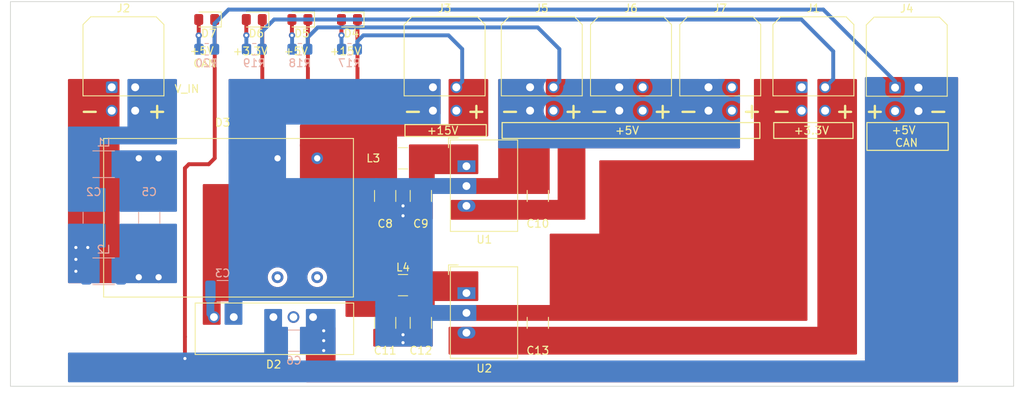
<source format=kicad_pcb>
(kicad_pcb (version 20211014) (generator pcbnew)
  (layers (0 "F.Cu" signal) (31 "B.Cu" signal) (34 "B.Paste" user) (35 "F.Paste" user) (36 "B.SilkS" user "B.Silkscreen") (37 "F.SilkS" user "F.Silkscreen") (38 "B.Mask" user) (39 "F.Mask" user) (44 "Edge.Cuts" user))
  (net 0 "")
  (net 1 "V_IN_SUPPLY")
  (net 2 "GNDD")
  (net 3 "+15V")
  (net 4 "GND")
  (net 5 "Net-(C5-Pad1)")
  (net 6 "Net-(C5-Pad2)")
  (net 7 "+5VD")
  (net 8 "GND2")
  (net 9 "Net-(C9-Pad1)")
  (net 10 "+5V")
  (net 11 "Net-(C12-Pad1)")
  (net 12 "+3V3")
  (net 15 "Net-(D4-Pad2)")
  (net 16 "Net-(D5-Pad2)")
  (net 17 "Net-(D6-Pad2)")
  (net 18 "Net-(D7-Pad2)")
  (footprint "MountingHole:MountingHole_3.2mm_M3" (layer "F.Cu") (at 160.02 27.432)
    (fp_text reference "H2" hide)
    (fp_text value "MountingHole")
    (pad "" np_thru_hole circle (at 0 0) (size 3.2 3.2) (drill 3.2) (layers *.Cu *.Mask))
  )
  (footprint "Connector_Molex:Molex_Micro-Fit_3.0_43045-0400_2x02_P3.00mm_Horizontal" (layer "F.Cu") (at 124.738 34.589)
    (fp_text reference "J7" (at 1.5 -10.12) (layer "F.SilkS"))
    (fp_text value "+5V")
    (fp_line (start -2.685 -9.03) (end 5.685 -9.03) (layer "F.SilkS") (width 0.12))
    (fp_line (start -3.685 1.1) (end -3.685 -8.03) (layer "F.SilkS") (width 0.12))
    (fp_line (start 6.685 1.1) (end -3.685 1.1) (layer "F.SilkS") (width 0.12))
    (fp_line (start -3.685 -8.03) (end -2.685 -9.03) (layer "F.SilkS") (width 0.12))
    (fp_line (start 6.685 -8.03) (end 6.685 1.1) (layer "F.SilkS") (width 0.12))
    (fp_line (start 5.685 -9.03) (end 6.685 -8.03) (layer "F.SilkS") (width 0.12))
    (pad "" np_thru_hole circle (at 1.5 -4.32) (size 3 3) (drill 3) (layers *.Cu *.Mask))
    (pad "1" thru_hole roundrect (at 0 0) (size 1.5 1.5) (drill 1.02) (layers *.Cu *.Mask) (roundrect_rratio 0.1666673333) (net 4 "GND"))
    (pad "2" thru_hole circle (at 3 0) (size 1.5 1.5) (drill 1.02) (layers *.Cu *.Mask) (net 10 "+5V"))
    (pad "3" thru_hole circle (at 0 3) (size 1.5 1.5) (drill 1.02) (layers *.Cu *.Mask) (net 4 "GND"))
    (pad "4" thru_hole circle (at 3 3) (size 1.5 1.5) (drill 1.02) (layers *.Cu *.Mask) (net 10 "+5V"))
  )
  (footprint "LED_SMD:LED_0805_2012Metric_Pad1.15x1.40mm_HandSolder" (layer "F.Cu") (at 66.548 25.908 180)
    (fp_text reference "D6" (at -0.254 -1.778) (layer "F.SilkS"))
    (fp_text value "3.3V")
    (fp_line (start -1.86 0.96) (end 1 0.96) (layer "F.SilkS") (width 0.12))
    (fp_line (start 1 -0.96) (end -1.86 -0.96) (layer "F.SilkS") (width 0.12))
    (fp_line (start -1.86 -0.96) (end -1.86 0.96) (layer "F.SilkS") (width 0.12))
    (pad "1" smd roundrect (at -1.025 0 180) (size 1.15 1.4) (layers "F.Cu" "F.Paste" "F.Mask") (roundrect_rratio 0.2173913043) (net 4 "GND"))
    (pad "2" smd roundrect (at 1.025 0 180) (size 1.15 1.4) (layers "F.Cu" "F.Paste" "F.Mask") (roundrect_rratio 0.2173913043) (net 17 "Net-(D6-Pad2)"))
  )
  (footprint "TRACO_My:TEN3_2413" (layer "F.Cu") (at 62.486 43.688)
    (fp_text reference "D3" (at 0 -4.572 unlocked) (layer "F.SilkS"))
    (fp_text value "TEN3_2413WI")
    (fp_line (start -15.24 -2.54) (end -15.24 17.78) (layer "F.SilkS") (width 0.12))
    (fp_line (start 16.76 -2.54) (end 16.76 17.78) (layer "F.SilkS") (width 0.12))
    (fp_line (start 16.76 17.78) (end -15.24 17.78) (layer "F.SilkS") (width 0.12))
    (fp_line (start 16.76 -2.54) (end -15.24 -2.54) (layer "F.SilkS") (width 0.12))
    (pad "2" thru_hole circle (at -10.74 15.24) (size 1.5 1.5) (drill 0.8) (layers *.Cu *.Mask) (net 6 "Net-(C5-Pad2)"))
    (pad "3" thru_hole circle (at -8.2 15.24) (size 1.5 1.5) (drill 0.8) (layers *.Cu *.Mask) (net 6 "Net-(C5-Pad2)"))
    (pad "9" thru_hole circle (at 7.04 15.24) (size 1.5 1.5) (drill 0.8) (layers *.Cu *.Mask))
    (pad "11" thru_hole circle (at 12.12 15.24) (size 1.5 1.5) (drill 0.8) (layers *.Cu *.Mask))
    (pad "14" thru_hole circle (at 12.12 0) (size 1.5 1.5) (drill 0.8) (layers *.Cu *.Mask) (net 3 "+15V"))
    (pad "16" thru_hole circle (at 7.04 0) (size 1.5 1.5) (drill 0.8) (layers *.Cu *.Mask) (net 4 "GND"))
    (pad "22" thru_hole circle (at -8.2 0) (size 1.5 1.5) (drill 0.8) (layers *.Cu *.Mask) (net 5 "Net-(C5-Pad1)"))
    (pad "23" thru_hole circle (at -10.74 0) (size 1.5 1.5) (drill 0.8) (layers *.Cu *.Mask) (net 5 "Net-(C5-Pad1)"))
  )
  (footprint "Connector_Molex:Molex_Micro-Fit_3.0_43045-0400_2x02_P3.00mm_Horizontal" (layer "F.Cu") (at 89.432 34.589)
    (fp_text reference "J3" (at 1.5 -10.12) (layer "F.SilkS"))
    (fp_text value "+15V")
    (fp_line (start 6.685 -8.03) (end 6.685 1.1) (layer "F.SilkS") (width 0.12))
    (fp_line (start -2.685 -9.03) (end 5.685 -9.03) (layer "F.SilkS") (width 0.12))
    (fp_line (start -3.685 -8.03) (end -2.685 -9.03) (layer "F.SilkS") (width 0.12))
    (fp_line (start 5.685 -9.03) (end 6.685 -8.03) (layer "F.SilkS") (width 0.12))
    (fp_line (start 6.685 1.1) (end -3.685 1.1) (layer "F.SilkS") (width 0.12))
    (fp_line (start -3.685 1.1) (end -3.685 -8.03) (layer "F.SilkS") (width 0.12))
    (pad "" np_thru_hole circle (at 1.5 -4.32) (size 3 3) (drill 3) (layers *.Cu *.Mask))
    (pad "1" thru_hole roundrect (at 0 0) (size 1.5 1.5) (drill 1.02) (layers *.Cu *.Mask) (roundrect_rratio 0.1666673333) (net 4 "GND"))
    (pad "2" thru_hole circle (at 3 0) (size 1.5 1.5) (drill 1.02) (layers *.Cu *.Mask) (net 3 "+15V"))
    (pad "3" thru_hole circle (at 0 3) (size 1.5 1.5) (drill 1.02) (layers *.Cu *.Mask) (net 4 "GND"))
    (pad "4" thru_hole circle (at 3 3) (size 1.5 1.5) (drill 1.02) (layers *.Cu *.Mask) (net 3 "+15V"))
  )
  (footprint "Connector_Molex:Molex_Micro-Fit_3.0_43045-0400_2x02_P3.00mm_Horizontal" (layer "F.Cu") (at 101.878 34.589)
    (fp_text reference "J5" (at 1.5 -10.12) (layer "F.SilkS"))
    (fp_text value "+5V")
    (fp_line (start -3.685 -8.03) (end -2.685 -9.03) (layer "F.SilkS") (width 0.12))
    (fp_line (start 5.685 -9.03) (end 6.685 -8.03) (layer "F.SilkS") (width 0.12))
    (fp_line (start -3.685 1.1) (end -3.685 -8.03) (layer "F.SilkS") (width 0.12))
    (fp_line (start -2.685 -9.03) (end 5.685 -9.03) (layer "F.SilkS") (width 0.12))
    (fp_line (start 6.685 -8.03) (end 6.685 1.1) (layer "F.SilkS") (width 0.12))
    (fp_line (start 6.685 1.1) (end -3.685 1.1) (layer "F.SilkS") (width 0.12))
    (pad "" np_thru_hole circle (at 1.5 -4.32) (size 3 3) (drill 3) (layers *.Cu *.Mask))
    (pad "1" thru_hole roundrect (at 0 0) (size 1.5 1.5) (drill 1.02) (layers *.Cu *.Mask) (roundrect_rratio 0.1666673333) (net 4 "GND"))
    (pad "2" thru_hole circle (at 3 0) (size 1.5 1.5) (drill 1.02) (layers *.Cu *.Mask) (net 10 "+5V"))
    (pad "3" thru_hole circle (at 0 3) (size 1.5 1.5) (drill 1.02) (layers *.Cu *.Mask) (net 4 "GND"))
    (pad "4" thru_hole circle (at 3 3) (size 1.5 1.5) (drill 1.02) (layers *.Cu *.Mask) (net 10 "+5V"))
  )
  (footprint "Capacitor_SMD:C_1210_3225Metric_Pad1.33x2.70mm_HandSolder" (layer "F.Cu") (at 83.312 48.514 -90)
    (fp_text reference "C8" (at 3.556 0 180) (layer "F.SilkS"))
    (fp_text value "10u")
    (fp_line (start -0.711252 1.36) (end 0.711252 1.36) (layer "F.SilkS") (width 0.12))
    (fp_line (start -0.711252 -1.36) (end 0.711252 -1.36) (layer "F.SilkS") (width 0.12))
    (pad "1" smd roundrect (at -1.5625 0 270) (size 1.325 2.7) (layers "F.Cu" "F.Paste" "F.Mask") (roundrect_rratio 0.1886792453) (net 3 "+15V"))
    (pad "2" smd roundrect (at 1.5625 0 270) (size 1.325 2.7) (layers "F.Cu" "F.Paste" "F.Mask") (roundrect_rratio 0.1886792453) (net 4 "GND"))
  )
  (footprint "Capacitor_SMD:C_1210_3225Metric_Pad1.33x2.70mm_HandSolder" (layer "F.Cu") (at 87.884 64.77 -90)
    (fp_text reference "C12" (at 3.556 0 180) (layer "F.SilkS"))
    (fp_text value "2.2u")
    (fp_line (start -0.711252 1.36) (end 0.711252 1.36) (layer "F.SilkS") (width 0.12))
    (fp_line (start -0.711252 -1.36) (end 0.711252 -1.36) (layer "F.SilkS") (width 0.12))
    (pad "1" smd roundrect (at -1.5625 0 270) (size 1.325 2.7) (layers "F.Cu" "F.Paste" "F.Mask") (roundrect_rratio 0.1886792453) (net 11 "Net-(C12-Pad1)"))
    (pad "2" smd roundrect (at 1.5625 0 270) (size 1.325 2.7) (layers "F.Cu" "F.Paste" "F.Mask") (roundrect_rratio 0.1886792453) (net 4 "GND"))
  )
  (footprint "MountingHole:MountingHole_3.2mm_M3" (layer "F.Cu") (at 39.116 69.088)
    (fp_text reference "H4" hide)
    (fp_text value "MountingHole")
    (pad "" np_thru_hole circle (at 0 0) (size 3.2 3.2) (drill 3.2) (layers *.Cu *.Mask))
  )
  (footprint "LED_SMD:LED_0805_2012Metric_Pad1.15x1.40mm_HandSolder" (layer "F.Cu") (at 78.74 25.908 180)
    (fp_text reference "D4" (at -0.254 -1.778) (layer "F.SilkS"))
    (fp_text value "+15V")
    (fp_line (start -1.86 -0.96) (end -1.86 0.96) (layer "F.SilkS") (width 0.12))
    (fp_line (start 1 -0.96) (end -1.86 -0.96) (layer "F.SilkS") (width 0.12))
    (fp_line (start -1.86 0.96) (end 1 0.96) (layer "F.SilkS") (width 0.12))
    (pad "1" smd roundrect (at -1.025 0 180) (size 1.15 1.4) (layers "F.Cu" "F.Paste" "F.Mask") (roundrect_rratio 0.2173913043) (net 4 "GND"))
    (pad "2" smd roundrect (at 1.025 0 180) (size 1.15 1.4) (layers "F.Cu" "F.Paste" "F.Mask") (roundrect_rratio 0.2173913043) (net 15 "Net-(D4-Pad2)"))
  )
  (footprint "Converter_DCDC:Converter_DCDC_RECOM_R-78E-0.5_THT" (layer "F.Cu") (at 93.726 60.96 -90)
    (fp_text reference "U2" (at 9.652 -2.286 180) (layer "F.SilkS"))
    (fp_text value "R-78C3.3-1.0")
    (fp_line (start -3.371 -6.56) (end 8.35 -6.56) (layer "F.SilkS") (width 0.12))
    (fp_line (start -3.611 1.06) (end -3.611 2.3) (layer "F.SilkS") (width 0.12))
    (fp_line (start -3.371 -6.56) (end -3.371 2.06) (layer "F.SilkS") (width 0.12))
    (fp_line (start -3.371 2.06) (end 8.35 2.06) (layer "F.SilkS") (width 0.12))
    (fp_line (start -3.611 2.3) (end -2.371 2.3) (layer "F.SilkS") (width 0.12))
    (fp_line (start 8.35 -6.56) (end 8.35 2.06) (layer "F.SilkS") (width 0.12))
    (pad "1" thru_hole rect (at 0 0 270) (size 1.5 2.3) (drill 1) (layers *.Cu *.Mask) (net 11 "Net-(C12-Pad1)"))
    (pad "2" thru_hole oval (at 2.54 0 270) (size 1.5 2.3) (drill 1) (layers *.Cu *.Mask) (net 4 "GND"))
    (pad "3" thru_hole oval (at 5.08 0 270) (size 1.5 2.3) (drill 1) (layers *.Cu *.Mask) (net 12 "+3V3"))
  )
  (footprint "Capacitor_SMD:C_1210_3225Metric_Pad1.33x2.70mm_HandSolder" (layer "F.Cu") (at 87.884 48.514 -90)
    (fp_text reference "C9" (at 3.556 0 180) (layer "F.SilkS"))
    (fp_text value "2.2u")
    (fp_line (start -0.711252 1.36) (end 0.711252 1.36) (layer "F.SilkS") (width 0.12))
    (fp_line (start -0.711252 -1.36) (end 0.711252 -1.36) (layer "F.SilkS") (width 0.12))
    (pad "1" smd roundrect (at -1.5625 0 270) (size 1.325 2.7) (layers "F.Cu" "F.Paste" "F.Mask") (roundrect_rratio 0.1886792453) (net 9 "Net-(C9-Pad1)"))
    (pad "2" smd roundrect (at 1.5625 0 270) (size 1.325 2.7) (layers "F.Cu" "F.Paste" "F.Mask") (roundrect_rratio 0.1886792453) (net 4 "GND"))
  )
  (footprint "Capacitor_SMD:C_1210_3225Metric_Pad1.33x2.70mm_HandSolder" (layer "F.Cu") (at 102.87 64.77 90)
    (fp_text reference "C13" (at -3.556 0 180) (layer "F.SilkS"))
    (fp_text value "10u")
    (fp_line (start -0.711252 -1.36) (end 0.711252 -1.36) (layer "F.SilkS") (width 0.12))
    (fp_line (start -0.711252 1.36) (end 0.711252 1.36) (layer "F.SilkS") (width 0.12))
    (pad "1" smd roundrect (at -1.5625 0 90) (size 1.325 2.7) (layers "F.Cu" "F.Paste" "F.Mask") (roundrect_rratio 0.1886792453) (net 12 "+3V3"))
    (pad "2" smd roundrect (at 1.5625 0 90) (size 1.325 2.7) (layers "F.Cu" "F.Paste" "F.Mask") (roundrect_rratio 0.1886792453) (net 4 "GND"))
  )
  (footprint "TRACO_My:TMA1505S" (layer "F.Cu") (at 69.025 64.032)
    (fp_text reference "D2" (at 0 6.072 unlocked) (layer "F.SilkS"))
    (fp_text value "TMA1505S")
    (fp_line (start -10.05 4.8) (end -10.05 -1.8) (layer "F.SilkS") (width 0.12))
    (fp_line (start -10.05 -1.8) (end 10.25 -1.8) (layer "F.SilkS") (width 0.12))
    (fp_line (start 10.25 4.8) (end -10.05 4.8) (layer "F.SilkS") (width 0.12))
    (fp_line (start 10.25 4.8) (end 10.25 -1.8) (layer "F.SilkS") (width 0.12))
    (pad "1" thru_hole circle (at -7.65 0) (size 1.5 1.5) (drill 1) (layers *.Cu *.Mask) (net 3 "+15V"))
    (pad "2" thru_hole circle (at -5.11 0) (size 1.5 1.5) (drill 1) (layers *.Cu *.Mask) (net 4 "GND"))
    (pad "4" thru_hole circle (at -0.03 0) (size 1.5 1.5) (drill 1) (layers *.Cu *.Mask) (net 8 "GND2"))
    (pad "5" thru_hole circle (at 2.54 0) (size 1.5 1.5) (drill 1) (layers *.Cu *.Mask))
    (pad "6" thru_hole circle (at 5.05 0) (size 1.5 1.5) (drill 1) (layers *.Cu *.Mask) (net 7 "+5VD"))
  )
  (footprint "MountingHole:MountingHole_3.2mm_M3" (layer "F.Cu") (at 160.02 69.088)
    (fp_text reference "H3" hide)
    (fp_text value "MountingHole")
    (pad "" np_thru_hole circle (at 0 0) (size 3.2 3.2) (drill 3.2) (layers *.Cu *.Mask))
  )
  (footprint "Converter_DCDC:Converter_DCDC_RECOM_R-78E-0.5_THT" (layer "F.Cu") (at 93.726 44.704 -90)
    (fp_text reference "U1" (at 9.398 -2.286 180) (layer "F.SilkS"))
    (fp_text value "R-785.0-1.0")
    (fp_line (start -3.371 2.06) (end 8.35 2.06) (layer "F.SilkS") (width 0.12))
    (fp_line (start -3.371 -6.56) (end -3.371 2.06) (layer "F.SilkS") (width 0.12))
    (fp_line (start -3.611 1.06) (end -3.611 2.3) (layer "F.SilkS") (width 0.12))
    (fp_line (start -3.371 -6.56) (end 8.35 -6.56) (layer "F.SilkS") (width 0.12))
    (fp_line (start 8.35 -6.56) (end 8.35 2.06) (layer "F.SilkS") (width 0.12))
    (fp_line (start -3.611 2.3) (end -2.371 2.3) (layer "F.SilkS") (width 0.12))
    (pad "1" thru_hole rect (at 0 0 270) (size 1.5 2.3) (drill 1) (layers *.Cu *.Mask) (net 9 "Net-(C9-Pad1)"))
    (pad "2" thru_hole oval (at 2.54 0 270) (size 1.5 2.3) (drill 1) (layers *.Cu *.Mask) (net 4 "GND"))
    (pad "3" thru_hole oval (at 5.08 0 270) (size 1.5 2.3) (drill 1) (layers *.Cu *.Mask) (net 10 "+5V"))
  )
  (footprint "LED_SMD:LED_0805_2012Metric_Pad1.15x1.40mm_HandSolder" (layer "F.Cu") (at 60.452 25.908 180)
    (fp_text reference "D7" (at -0.254 -1.778) (layer "F.SilkS"))
    (fp_text value "+5V_CAN")
    (fp_line (start -1.86 0.96) (end 1 0.96) (layer "F.SilkS") (width 0.12))
    (fp_line (start -1.86 -0.96) (end -1.86 0.96) (layer "F.SilkS") (width 0.12))
    (fp_line (start 1 -0.96) (end -1.86 -0.96) (layer "F.SilkS") (width 0.12))
    (pad "1" smd roundrect (at -1.025 0 180) (size 1.15 1.4) (layers "F.Cu" "F.Paste" "F.Mask") (roundrect_rratio 0.2173913043) (net 8 "GND2"))
    (pad "2" smd roundrect (at 1.025 0 180) (size 1.15 1.4) (layers "F.Cu" "F.Paste" "F.Mask") (roundrect_rratio 0.2173913043) (net 18 "Net-(D7-Pad2)"))
  )
  (footprint "Connector_Molex:Molex_Micro-Fit_3.0_43045-0400_2x02_P3.00mm_Horizontal" (layer "F.Cu") (at 136.676 34.589)
    (fp_text reference "J1" (at 1.5 -10.12) (layer "F.SilkS"))
    (fp_text value "+3.3V")
    (fp_line (start 5.685 -9.03) (end 6.685 -8.03) (layer "F.SilkS") (width 0.12))
    (fp_line (start -3.685 -8.03) (end -2.685 -9.03) (layer "F.SilkS") (width 0.12))
    (fp_line (start 6.685 1.1) (end -3.685 1.1) (layer "F.SilkS") (width 0.12))
    (fp_line (start -3.685 1.1) (end -3.685 -8.03) (layer "F.SilkS") (width 0.12))
    (fp_line (start 6.685 -8.03) (end 6.685 1.1) (layer "F.SilkS") (width 0.12))
    (fp_line (start -2.685 -9.03) (end 5.685 -9.03) (layer "F.SilkS") (width 0.12))
    (pad "" np_thru_hole circle (at 1.5 -4.32) (size 3 3) (drill 3) (layers *.Cu *.Mask))
    (pad "1" thru_hole roundrect (at 0 0) (size 1.5 1.5) (drill 1.02) (layers *.Cu *.Mask) (roundrect_rratio 0.1666673333) (net 4 "GND"))
    (pad "2" thru_hole circle (at 3 0) (size 1.5 1.5) (drill 1.02) (layers *.Cu *.Mask) (net 12 "+3V3"))
    (pad "3" thru_hole circle (at 0 3) (size 1.5 1.5) (drill 1.02) (layers *.Cu *.Mask) (net 4 "GND"))
    (pad "4" thru_hole circle (at 3 3) (size 1.5 1.5) (drill 1.02) (layers *.Cu *.Mask) (net 12 "+3V3"))
  )
  (footprint "Connector_Molex:Molex_Micro-Fit_3.0_43045-0400_2x02_P3.00mm_Horizontal" (layer "F.Cu") (at 48.284 34.589)
    (fp_text reference "J2" (at 1.5 -10.12) (layer "F.SilkS"))
    (fp_text value "V_IN")
    (fp_line (start -2.685 -9.03) (end 5.685 -9.03) (layer "F.SilkS") (width 0.12))
    (fp_line (start 5.685 -9.03) (end 6.685 -8.03) (layer "F.SilkS") (width 0.12))
    (fp_line (start 6.685 1.1) (end -3.685 1.1) (layer "F.SilkS") (width 0.12))
    (fp_line (start -3.685 -8.03) (end -2.685 -9.03) (layer "F.SilkS") (width 0.12))
    (fp_line (start 6.685 -8.03) (end 6.685 1.1) (layer "F.SilkS") (width 0.12))
    (fp_line (start -3.685 1.1) (end -3.685 -8.03) (layer "F.SilkS") (width 0.12))
    (pad "" np_thru_hole circle (at 1.5 -4.32) (size 3 3) (drill 3) (layers *.Cu *.Mask))
    (pad "1" thru_hole roundrect (at 0 0) (size 1.5 1.5) (drill 1.02) (layers *.Cu *.Mask) (roundrect_rratio 0.1666673333) (net 2 "GNDD"))
    (pad "2" thru_hole circle (at 3 0) (size 1.5 1.5) (drill 1.02) (layers *.Cu *.Mask) (net 1 "V_IN_SUPPLY"))
    (pad "3" thru_hole circle (at 0 3) (size 1.5 1.5) (drill 1.02) (layers *.Cu *.Mask) (net 2 "GNDD"))
    (pad "4" thru_hole circle (at 3 3) (size 1.5 1.5) (drill 1.02) (layers *.Cu *.Mask) (net 1 "V_IN_SUPPLY"))
  )
  (footprint "MountingHole:MountingHole_3.2mm_M3" (layer "F.Cu") (at 39.116 27.432)
    (fp_text reference "H1" hide)
    (fp_text value "MountingHole")
    (pad "" np_thru_hole circle (at 0 0) (size 3.2 3.2) (drill 3.2) (layers *.Cu *.Mask))
  )
  (footprint "Connector_Molex:Molex_Micro-Fit_3.0_43045-0400_2x02_P3.00mm_Horizontal" (layer "F.Cu") (at 148.638 34.634)
    (fp_text reference "J4" (at 1.5 -10.12) (layer "F.SilkS"))
    (fp_text value "+5V_CAN")
    (fp_line (start 6.685 1.1) (end -3.685 1.1) (layer "F.SilkS") (width 0.12))
    (fp_line (start 5.685 -9.03) (end 6.685 -8.03) (layer "F.SilkS") (width 0.12))
    (fp_line (start -3.685 -8.03) (end -2.685 -9.03) (layer "F.SilkS") (width 0.12))
    (fp_line (start 6.685 -8.03) (end 6.685 1.1) (layer "F.SilkS") (width 0.12))
    (fp_line (start -2.685 -9.03) (end 5.685 -9.03) (layer "F.SilkS") (width 0.12))
    (fp_line (start -3.685 1.1) (end -3.685 -8.03) (layer "F.SilkS") (width 0.12))
    (pad "" np_thru_hole circle (at 1.5 -4.32) (size 3 3) (drill 3) (layers *.Cu *.Mask))
    (pad "1" thru_hole roundrect (at 0 0) (size 1.5 1.5) (drill 1.02) (layers *.Cu *.Mask) (roundrect_rratio 0.1666673333) (net 7 "+5VD"))
    (pad "2" thru_hole circle (at 3 0) (size 1.5 1.5) (drill 1.02) (layers *.Cu *.Mask) (net 8 "GND2"))
    (pad "3" thru_hole circle (at 0 3) (size 1.5 1.5) (drill 1.02) (layers *.Cu *.Mask) (net 7 "+5VD"))
    (pad "4" thru_hole circle (at 3 3) (size 1.5 1.5) (drill 1.02) (layers *.Cu *.Mask) (net 8 "GND2"))
  )
  (footprint "Capacitor_SMD:C_1210_3225Metric_Pad1.33x2.70mm_HandSolder" (layer "F.Cu") (at 102.87 48.514 90)
    (fp_text reference "C10" (at -3.556 0 180) (layer "F.SilkS"))
    (fp_text value "10u")
    (fp_line (start -0.711252 -1.36) (end 0.711252 -1.36) (layer "F.SilkS") (width 0.12))
    (fp_line (start -0.711252 1.36) (end 0.711252 1.36) (layer "F.SilkS") (width 0.12))
    (pad "1" smd roundrect (at -1.5625 0 90) (size 1.325 2.7) (layers "F.Cu" "F.Paste" "F.Mask") (roundrect_rratio 0.1886792453) (net 10 "+5V"))
    (pad "2" smd roundrect (at 1.5625 0 90) (size 1.325 2.7) (layers "F.Cu" "F.Paste" "F.Mask") (roundrect_rratio 0.1886792453) (net 4 "GND"))
  )
  (footprint "Inductor_SMD:L_1210_3225Metric_Pad1.42x2.65mm_HandSolder" (layer "F.Cu") (at 85.598 59.944)
    (fp_text reference "L4" (at 0 -2.28) (layer "F.SilkS"))
    (fp_text value "5.6u")
    (fp_line (start -0.602064 1.36) (end 0.602064 1.36) (layer "F.SilkS") (width 0.12))
    (fp_line (start -0.602064 -1.36) (end 0.602064 -1.36) (layer "F.SilkS") (width 0.12))
    (pad "1" smd roundrect (at -1.4875 0) (size 1.425 2.65) (layers "F.Cu" "F.Paste" "F.Mask") (roundrect_rratio 0.1754392982) (net 3 "+15V"))
    (pad "2" smd roundrect (at 1.4875 0) (size 1.425 2.65) (layers "F.Cu" "F.Paste" "F.Mask") (roundrect_rratio 0.1754392982) (net 11 "Net-(C12-Pad1)"))
  )
  (footprint "Capacitor_SMD:C_1210_3225Metric_Pad1.33x2.70mm_HandSolder" (layer "F.Cu") (at 83.312 64.77 -90)
    (fp_text reference "C11" (at 3.556 0 180) (layer "F.SilkS"))
    (fp_text value "10u")
    (fp_line (start -0.711252 1.36) (end 0.711252 1.36) (layer "F.SilkS") (width 0.12))
    (fp_line (start -0.711252 -1.36) (end 0.711252 -1.36) (layer "F.SilkS") (width 0.12))
    (pad "1" smd roundrect (at -1.5625 0 270) (size 1.325 2.7) (layers "F.Cu" "F.Paste" "F.Mask") (roundrect_rratio 0.1886792453) (net 3 "+15V"))
    (pad "2" smd roundrect (at 1.5625 0 270) (size 1.325 2.7) (layers "F.Cu" "F.Paste" "F.Mask") (roundrect_rratio 0.1886792453) (net 4 "GND"))
  )
  (footprint "LED_SMD:LED_0805_2012Metric_Pad1.15x1.40mm_HandSolder" (layer "F.Cu") (at 72.39 25.908 180)
    (fp_text reference "D5" (at -0.254 -1.778) (layer "F.SilkS"))
    (fp_text value "+5V")
    (fp_line (start -1.86 0.96) (end 1 0.96) (layer "F.SilkS") (width 0.12))
    (fp_line (start 1 -0.96) (end -1.86 -0.96) (layer "F.SilkS") (width 0.12))
    (fp_line (start -1.86 -0.96) (end -1.86 0.96) (layer "F.SilkS") (width 0.12))
    (pad "1" smd roundrect (at -1.025 0 180) (size 1.15 1.4) (layers "F.Cu" "F.Paste" "F.Mask") (roundrect_rratio 0.2173913043) (net 4 "GND"))
    (pad "2" smd roundrect (at 1.025 0 180) (size 1.15 1.4) (layers "F.Cu" "F.Paste" "F.Mask") (roundrect_rratio 0.2173913043) (net 16 "Net-(D5-Pad2)"))
  )
  (footprint "Connector_Molex:Molex_Micro-Fit_3.0_43045-0400_2x02_P3.00mm_Horizontal" (layer "F.Cu") (at 113.308 34.589)
    (fp_text reference "J6" (at 1.5 -10.12) (layer "F.SilkS"))
    (fp_text value "+5V")
    (fp_line (start 5.685 -9.03) (end 6.685 -8.03) (layer "F.SilkS") (width 0.12))
    (fp_line (start -3.685 -8.03) (end -2.685 -9.03) (layer "F.SilkS") (width 0.12))
    (fp_line (start -2.685 -9.03) (end 5.685 -9.03) (layer "F.SilkS") (width 0.12))
    (fp_line (start 6.685 -8.03) (end 6.685 1.1) (layer "F.SilkS") (width 0.12))
    (fp_line (start 6.685 1.1) (end -3.685 1.1) (layer "F.SilkS") (width 0.12))
    (fp_line (start -3.685 1.1) (end -3.685 -8.03) (layer "F.SilkS") (width 0.12))
    (pad "" np_thru_hole circle (at 1.5 -4.32) (size 3 3) (drill 3) (layers *.Cu *.Mask))
    (pad "1" thru_hole roundrect (at 0 0) (size 1.5 1.5) (drill 1.02) (layers *.Cu *.Mask) (roundrect_rratio 0.1666673333) (net 4 "GND"))
    (pad "2" thru_hole circle (at 3 0) (size 1.5 1.5) (drill 1.02) (layers *.Cu *.Mask) (net 10 "+5V"))
    (pad "3" thru_hole circle (at 0 3) (size 1.5 1.5) (drill 1.02) (layers *.Cu *.Mask) (net 4 "GND"))
    (pad "4" thru_hole circle (at 3 3) (size 1.5 1.5) (drill 1.02) (layers *.Cu *.Mask) (net 10 "+5V"))
  )
  (footprint "Inductor_SMD:L_1210_3225Metric_Pad1.42x2.65mm_HandSolder" (layer "F.Cu") (at 85.598 43.688)
    (fp_text reference "L3" (at -3.81 0) (layer "F.SilkS"))
    (fp_text value "5.6u")
    (fp_line (start -0.602064 -1.36) (end 0.602064 -1.36) (layer "F.SilkS") (width 0.12))
    (fp_line (start -0.602064 1.36) (end 0.602064 1.36) (layer "F.SilkS") (width 0.12))
    (pad "1" smd roundrect (at -1.4875 0) (size 1.425 2.65) (layers "F.Cu" "F.Paste" "F.Mask") (roundrect_rratio 0.1754392982) (net 3 "+15V"))
    (pad "2" smd roundrect (at 1.4875 0) (size 1.425 2.65) (layers "F.Cu" "F.Paste" "F.Mask") (roundrect_rratio 0.1754392982) (net 9 "Net-(C9-Pad1)"))
  )
  (footprint "Inductor_SMD:L_1812_4532Metric_Pad1.30x3.40mm_HandSolder" (layer "B.Cu") (at 47.244 58.166)
    (fp_text reference "L2" (at 0 -2.794 180) (layer "B.SilkS") (effects (justify mirror)))
    (fp_text value "150u")
    (fp_line (start -1.386252 -1.71) (end 1.386252 -1.71) (layer "B.SilkS") (width 0.12))
    (fp_line (start -1.386252 1.71) (end 1.386252 1.71) (layer "B.SilkS") (width 0.12))
    (pad "1" smd roundrect (at -2.225 0) (size 1.3 3.4) (layers "B.Cu" "B.Paste" "B.Mask") (roundrect_rratio 0.1923076923) (net 2 "GNDD"))
    (pad "2" smd roundrect (at 2.225 0) (size 1.3 3.4) (layers "B.Cu" "B.Paste" "B.Mask") (roundrect_rratio 0.1923076923) (net 6 "Net-(C5-Pad2)"))
  )
  (footprint "Resistor_SMD:R_0805_2012Metric_Pad1.20x1.40mm_HandSolder" (layer "B.Cu") (at 60.452 29.718 180)
    (fp_text reference "R20" (at 0 -1.778) (layer "B.SilkS") (effects (justify mirror)))
    (fp_text value "500")
    (fp_line (start -0.227064 -0.735) (end 0.227064 -0.735) (layer "B.SilkS") (width 0.12))
    (fp_line (start -0.227064 0.735) (end 0.227064 0.735) (layer "B.SilkS") (width 0.12))
    (pad "1" smd roundrect (at -1 0 180) (size 1.2 1.4) (layers "B.Cu" "B.Paste" "B.Mask") (roundrect_rratio 0.2083333333) (net 7 "+5VD"))
    (pad "2" smd roundrect (at 1 0 180) (size 1.2 1.4) (layers "B.Cu" "B.Paste" "B.Mask") (roundrect_rratio 0.2083333333) (net 18 "Net-(D7-Pad2)"))
  )
  (footprint "Capacitor_SMD:C_1210_3225Metric_Pad1.33x2.70mm_HandSolder" (layer "B.Cu") (at 71.628 67.056 180)
    (fp_text reference "C6" (at 0 -2.54) (layer "B.SilkS") (effects (justify mirror)))
    (fp_text value "10u")
    (fp_line (start -0.711252 1.36) (end 0.711252 1.36) (layer "B.SilkS") (width 0.12))
    (fp_line (start -0.711252 -1.36) (end 0.711252 -1.36) (layer "B.SilkS") (width 0.12))
    (pad "1" smd roundrect (at -1.5625 0 180) (size 1.325 2.7) (layers "B.Cu" "B.Paste" "B.Mask") (roundrect_rratio 0.1886792453) (net 7 "+5VD"))
    (pad "2" smd roundrect (at 1.5625 0 180) (size 1.325 2.7) (layers "B.Cu" "B.Paste" "B.Mask") (roundrect_rratio 0.1886792453) (net 8 "GND2"))
  )
  (footprint "Resistor_SMD:R_0805_2012Metric_Pad1.20x1.40mm_HandSolder" (layer "B.Cu") (at 72.39 29.718 180)
    (fp_text reference "R18" (at 0 -1.778) (layer "B.SilkS") (effects (justify mirror)))
    (fp_text value "500")
    (fp_line (start -0.227064 0.735) (end 0.227064 0.735) (layer "B.SilkS") (width 0.12))
    (fp_line (start -0.227064 -0.735) (end 0.227064 -0.735) (layer "B.SilkS") (width 0.12))
    (pad "1" smd roundrect (at -1 0 180) (size 1.2 1.4) (layers "B.Cu" "B.Paste" "B.Mask") (roundrect_rratio 0.2083333333) (net 10 "+5V"))
    (pad "2" smd roundrect (at 1 0 180) (size 1.2 1.4) (layers "B.Cu" "B.Paste" "B.Mask") (roundrect_rratio 0.2083333333) (net 16 "Net-(D5-Pad2)"))
  )
  (footprint "Resistor_SMD:R_0805_2012Metric_Pad1.20x1.40mm_HandSolder" (layer "B.Cu") (at 66.548 29.718 180)
    (fp_text reference "R19" (at 0 -1.778) (layer "B.SilkS") (effects (justify mirror)))
    (fp_text value "330")
    (fp_line (start -0.227064 -0.735) (end 0.227064 -0.735) (layer "B.SilkS") (width 0.12))
    (fp_line (start -0.227064 0.735) (end 0.227064 0.735) (layer "B.SilkS") (width 0.12))
    (pad "1" smd roundrect (at -1 0 180) (size 1.2 1.4) (layers "B.Cu" "B.Paste" "B.Mask") (roundrect_rratio 0.2083333333) (net 12 "+3V3"))
    (pad "2" smd roundrect (at 1 0 180) (size 1.2 1.4) (layers "B.Cu" "B.Paste" "B.Mask") (roundrect_rratio 0.2083333333) (net 17 "Net-(D6-Pad2)"))
  )
  (footprint "Capacitor_SMD:C_1210_3225Metric_Pad1.33x2.70mm_HandSolder" (layer "B.Cu") (at 62.484 60.706)
    (fp_text reference "C3" (at 0 -2.286) (layer "B.SilkS") (effects (justify mirror)))
    (fp_text value "10u")
    (fp_line (start -0.711252 1.36) (end 0.711252 1.36) (layer "B.SilkS") (width 0.12))
    (fp_line (start -0.711252 -1.36) (end 0.711252 -1.36) (layer "B.SilkS") (width 0.12))
    (pad "1" smd roundrect (at -1.5625 0) (size 1.325 2.7) (layers "B.Cu" "B.Paste" "B.Mask") (roundrect_rratio 0.1886792453) (net 3 "+15V"))
    (pad "2" smd roundrect (at 1.5625 0) (size 1.325 2.7) (layers "B.Cu" "B.Paste" "B.Mask") (roundrect_rratio 0.1886792453) (net 4 "GND"))
  )
  (footprint "Capacitor_SMD:C_1210_3225Metric_Pad1.33x2.70mm_HandSolder" (layer "B.Cu") (at 53.086 51.308 -90)
    (fp_text reference "C5" (at -3.302 0 180) (layer "B.SilkS") (effects (justify mirror)))
    (fp_text value "4.7u")
    (fp_line (start -0.711252 1.36) (end 0.711252 1.36) (layer "B.SilkS") (width 0.12))
    (fp_line (start -0.711252 -1.36) (end 0.711252 -1.36) (layer "B.SilkS") (width 0.12))
    (pad "1" smd roundrect (at -1.5625 0 270) (size 1.325 2.7) (layers "B.Cu" "B.Paste" "B.Mask") (roundrect_rratio 0.1886792453) (net 5 "Net-(C5-Pad1)"))
    (pad "2" smd roundrect (at 1.5625 0 270) (size 1.325 2.7) (layers "B.Cu" "B.Paste" "B.Mask") (roundrect_rratio 0.1886792453) (net 6 "Net-(C5-Pad2)"))
  )
  (footprint "Inductor_SMD:L_1812_4532Metric_Pad1.30x3.40mm_HandSolder" (layer "B.Cu") (at 47.244 44.45)
    (fp_text reference "L1" (at 0 -2.794 180) (layer "B.SilkS") (effects (justify mirror)))
    (fp_text value "150u")
    (fp_line (start -1.386252 1.71) (end 1.386252 1.71) (layer "B.SilkS") (width 0.12))
    (fp_line (start -1.386252 -1.71) (end 1.386252 -1.71) (layer "B.SilkS") (width 0.12))
    (pad "1" smd roundrect (at -2.225 0) (size 1.3 3.4) (layers "B.Cu" "B.Paste" "B.Mask") (roundrect_rratio 0.1923076923) (net 1 "V_IN_SUPPLY"))
    (pad "2" smd roundrect (at 2.225 0) (size 1.3 3.4) (layers "B.Cu" "B.Paste" "B.Mask") (roundrect_rratio 0.1923076923) (net 5 "Net-(C5-Pad1)"))
  )
  (footprint "Capacitor_SMD:C_1210_3225Metric_Pad1.33x2.70mm_HandSolder" (layer "B.Cu") (at 45.974 51.308 -90)
    (fp_text reference "C2" (at -3.302 0 180) (layer "B.SilkS") (effects (justify mirror)))
    (fp_text value "4.7u")
    (fp_line (start -0.711252 1.36) (end 0.711252 1.36) (layer "B.SilkS") (width 0.12))
    (fp_line (start -0.711252 -1.36) (end 0.711252 -1.36) (layer "B.SilkS") (width 0.12))
    (pad "1" smd roundrect (at -1.5625 0 270) (size 1.325 2.7) (layers "B.Cu" "B.Paste" "B.Mask") (roundrect_rratio 0.1886792453) (net 1 "V_IN_SUPPLY"))
    (pad "2" smd roundrect (at 1.5625 0 270) (size 1.325 2.7) (layers "B.Cu" "B.Paste" "B.Mask") (roundrect_rratio 0.1886792453) (net 2 "GNDD"))
  )
  (footprint "Resistor_SMD:R_0805_2012Metric_Pad1.20x1.40mm_HandSolder" (layer "B.Cu") (at 78.74 29.718 180)
    (fp_text reference "R17" (at 0 -1.778) (layer "B.SilkS") (effects (justify mirror)))
    (fp_text value "1.5k")
    (fp_line (start -0.227064 0.735) (end 0.227064 0.735) (layer "B.SilkS") (width 0.12))
    (fp_line (start -0.227064 -0.735) (end 0.227064 -0.735) (layer "B.SilkS") (width 0.12))
    (pad "1" smd roundrect (at -1 0 180) (size 1.2 1.4) (layers "B.Cu" "B.Paste" "B.Mask") (roundrect_rratio 0.2083333333) (net 3 "+15V"))
    (pad "2" smd roundrect (at 1 0 180) (size 1.2 1.4) (layers "B.Cu" "B.Paste" "B.Mask") (roundrect_rratio 0.2083333333) (net 15 "Net-(D4-Pad2)"))
  )
  (gr_rect (start 85.852 39.37) (end 96.266 40.894) (layer "F.SilkS") (width 0.15) (fill none))
  (gr_rect (start 145.034 39.116) (end 155.448 42.672) (layer "F.SilkS") (width 0.15) (fill none))
  (gr_rect (start 133.096 39.116) (end 143.256 41.148) (layer "F.SilkS") (width 0.15) (fill none))
  (gr_rect (start 98.298 39.116) (end 131.318 41.148) (layer "F.SilkS") (width 0.15) (fill none))
  (gr_rect (start 35.306 23.622) (end 163.83 72.898) (layer "Edge.Cuts") (width 0.1) (fill none))
  (gr_text "-" (at 134.112 37.592) (layer "F.SilkS") (effects (font (size 2 2) (thickness 0.3))))
  (gr_text "-" (at 110.744 37.592) (layer "F.SilkS") (effects (font (size 2 2) (thickness 0.3))))
  (gr_text "+" (at 142.24 37.592) (layer "F.SilkS") (effects (font (size 2 2) (thickness 0.3))))
  (gr_text "+" (at 130.302 37.592) (layer "F.SilkS") (effects (font (size 2 2) (thickness 0.3))))
  (gr_text "+5V \nCAN\n" (at 60.198 30.734) (layer "F.SilkS") (effects (font (size 1 1))))
  (gr_text "+" (at 146.05 37.592) (layer "F.SilkS") (effects (font (size 2 2) (thickness 0.3))))
  (gr_text "+3.3V\n" (at 66.04 29.972) (layer "F.SilkS") (effects (font (size 1 1))))
  (gr_text "+5V \nCAN\n" (at 150.114 40.894) (layer "F.SilkS") (effects (font (size 1 1))))
  (gr_text "V_IN" (at 57.912 34.798) (layer "F.SilkS") (effects (font (size 1 1))))
  (gr_text "+" (at 94.996 37.592) (layer "F.SilkS") (effects (font (size 2 2) (thickness 0.3))))
  (gr_text "-" (at 99.314 37.592) (layer "F.SilkS") (effects (font (size 2 2) (thickness 0.3))))
  (gr_text "+15V" (at 90.678 40.132) (layer "F.SilkS") (effects (font (size 1 1))))
  (gr_text "+5V" (at 114.3 40.132) (layer "F.SilkS") (effects (font (size 1 1))))
  (gr_text "+5V" (at 71.882 29.972) (layer "F.SilkS") (effects (font (size 1 1))))
  (gr_text "-" (at 154.178 37.592) (layer "F.SilkS") (effects (font (size 2 2) (thickness 0.3))))
  (gr_text "+" (at 54.102 37.592) (layer "F.SilkS") (effects (font (size 2 2) (thickness 0.3))))
  (gr_text "+" (at 107.442 37.592) (layer "F.SilkS") (effects (font (size 2 2) (thickness 0.3))))
  (gr_text "-" (at 86.868 37.592) (layer "F.SilkS") (effects (font (size 2 2) (thickness 0.3))))
  (gr_text "+15V" (at 78.232 29.972) (layer "F.SilkS") (effects (font (size 1 1))))
  (gr_text "+3.3V\n" (at 137.922 40.132) (layer "F.SilkS") (effects (font (size 1 1))))
  (gr_text "-" (at 45.466 37.592) (layer "F.SilkS") (effects (font (size 2 2) (thickness 0.3))))
  (gr_text "-" (at 122.174 37.592) (layer "F.SilkS") (effects (font (size 2 2) (thickness 0.3))))
  (gr_text "+" (at 118.872 37.592) (layer "F.SilkS") (effects (font (size 2 2) (thickness 0.3))))
  (via (at 45.212 55.118) (size 0.8) (drill 0.4) (layers "F.Cu" "B.Cu") (net 2))
  (via (at 43.688 56.642) (size 0.8) (drill 0.4) (layers "F.Cu" "B.Cu") (net 2))
  (via (at 43.688 58.166) (size 0.8) (drill 0.4) (layers "F.Cu" "B.Cu") (net 2))
  (via (at 43.688 55.118) (size 0.8) (drill 0.4) (layers "F.Cu" "B.Cu") (net 2))
  (segment (start 46.0105 52.907) (end 45.974 52.8705) (width 1) (layer "B.Cu") (net 2))
  (segment (start 60.9215 60.706) (end 60.9215 63.5785) (width 1) (layer "B.Cu") (net 3))
  (segment (start 92.432 34.589) (end 93.182 33.839) (width 0.5) (layer "B.Cu") (net 3))
  (segment (start 80.518 27.94) (end 79.74 28.718) (width 0.5) (layer "B.Cu") (net 3))
  (segment (start 60.9215 63.5785) (end 61.375 64.032) (width 1) (layer "B.Cu") (net 3))
  (segment (start 79.74 28.718) (end 79.74 29.718) (width 0.5) (layer "B.Cu") (net 3))
  (segment (start 93.182 33.839) (end 93.182 29.691249) (width 0.5) (layer "B.Cu") (net 3))
  (segment (start 93.182 29.691249) (end 91.430751 27.94) (width 0.5) (layer "B.Cu") (net 3))
  (segment (start 91.430751 27.94) (end 80.518 27.94) (width 0.5) (layer "B.Cu") (net 3))
  (segment (start 67.573 25.908) (end 67.573 34.281) (width 0.5) (layer "F.Cu") (net 4))
  (segment (start 79.765 25.908) (end 79.765 34.281) (width 0.5) (layer "F.Cu") (net 4))
  (segment (start 73.415 25.908) (end 73.415 34.281) (width 0.5) (layer "F.Cu") (net 4))
  (via (at 85.598 49.784) (size 0.8) (drill 0.4) (layers "F.Cu" "B.Cu") (net 4))
  (via (at 85.598 67.31) (size 0.8) (drill 0.4) (layers "F.Cu" "B.Cu") (net 4))
  (via (at 85.598 51.054) (size 0.8) (drill 0.4) (layers "F.Cu" "B.Cu") (net 4))
  (via (at 85.598 66.294) (size 0.8) (drill 0.4) (layers "F.Cu" "B.Cu") (net 4))
  (via (at 75.438 67.056) (size 0.8) (drill 0.4) (layers "F.Cu" "B.Cu") (net 7))
  (via (at 75.438 65.786) (size 0.8) (drill 0.4) (layers "F.Cu" "B.Cu") (net 7))
  (via (at 75.438 68.326) (size 0.8) (drill 0.4) (layers "F.Cu" "B.Cu") (net 7))
  (segment (start 61.452 26.432) (end 63.246 24.638) (width 0.5) (layer "B.Cu") (net 7))
  (segment (start 61.452 29.718) (end 61.452 26.432) (width 0.5) (layer "B.Cu") (net 7))
  (segment (start 139.446 24.638) (end 148.638 33.83) (width 0.5) (layer "B.Cu") (net 7))
  (segment (start 63.246 24.638) (end 139.446 24.638) (width 0.5) (layer "B.Cu") (net 7))
  (segment (start 148.638 33.83) (end 148.638 34.634) (width 0.5) (layer "B.Cu") (net 7))
  (segment (start 61.477 43.679) (end 60.706 44.45) (width 0.5) (layer "F.Cu") (net 8))
  (segment (start 58.166 44.45) (end 57.658 44.958) (width 0.5) (layer "F.Cu") (net 8))
  (segment (start 60.706 44.45) (end 58.166 44.45) (width 0.5) (layer "F.Cu") (net 8))
  (segment (start 57.658 44.958) (end 57.658 66.548) (width 0.5) (layer "F.Cu") (net 8))
  (segment (start 61.477 25.908) (end 61.477 43.679) (width 0.5) (layer "F.Cu") (net 8))
  (segment (start 57.658 66.548) (end 57.658 69.342) (width 0.5) (layer "F.Cu") (net 8))
  (via (at 57.658 69.342) (size 0.8) (drill 0.4) (layers "F.Cu" "B.Cu") (net 8))
  (segment (start 105.628 29.691249) (end 102.860751 26.924) (width 0.5) (layer "B.Cu") (net 10))
  (segment (start 74.676 26.924) (end 73.39 28.21) (width 0.5) (layer "B.Cu") (net 10))
  (segment (start 73.39 28.21) (end 73.39 29.718) (width 0.5) (layer "B.Cu") (net 10))
  (segment (start 105.628 33.839) (end 105.628 29.691249) (width 0.5) (layer "B.Cu") (net 10))
  (segment (start 102.860751 26.924) (end 74.676 26.924) (width 0.5) (layer "B.Cu") (net 10))
  (segment (start 104.878 34.589) (end 105.628 33.839) (width 0.5) (layer "B.Cu") (net 10))
  (segment (start 136.642751 25.908) (end 140.716 29.981249) (width 0.5) (layer "B.Cu") (net 12))
  (segment (start 67.548 29.718) (end 67.548 27.448) (width 0.5) (layer "B.Cu") (net 12))
  (segment (start 140.716 33.549) (end 139.676 34.589) (width 0.5) (layer "B.Cu") (net 12))
  (segment (start 140.716 29.981249) (end 140.716 33.549) (width 0.5) (layer "B.Cu") (net 12))
  (segment (start 69.088 25.908) (end 136.642751 25.908) (width 0.5) (layer "B.Cu") (net 12))
  (segment (start 67.548 27.448) (end 69.088 25.908) (width 0.5) (layer "B.Cu") (net 12))
  (segment (start 77.715 25.908) (end 77.715 27.931) (width 0.5) (layer "F.Cu") (net 15))
  (via (at 77.715 27.931) (size 0.8) (drill 0.4) (layers "F.Cu" "B.Cu") (net 15))
  (segment (start 77.715 27.931) (end 77.715 29.693) (width 0.5) (layer "B.Cu") (net 15))
  (segment (start 77.715 29.693) (end 77.74 29.718) (width 0.5) (layer "B.Cu") (net 15))
  (segment (start 71.365 25.908) (end 71.365 27.931) (width 0.5) (layer "F.Cu") (net 16))
  (via (at 71.374 27.94) (size 0.8) (drill 0.4) (layers "F.Cu" "B.Cu") (net 16))
  (segment (start 71.39 27.956) (end 71.365 27.931) (width 0.5) (layer "B.Cu") (net 16))
  (segment (start 71.39 29.718) (end 71.39 27.956) (width 0.5) (layer "B.Cu") (net 16))
  (segment (start 65.523 27.931) (end 65.532 27.94) (width 0.5) (layer "F.Cu") (net 17))
  (segment (start 65.523 25.908) (end 65.523 27.931) (width 0.5) (layer "F.Cu") (net 17))
  (via (at 65.532 27.94) (size 0.8) (drill 0.4) (layers "F.Cu" "B.Cu") (net 17))
  (segment (start 65.532 29.702) (end 65.548 29.718) (width 0.5) (layer "B.Cu") (net 17))
  (segment (start 65.532 27.94) (end 65.532 29.702) (width 0.5) (layer "B.Cu") (net 17))
  (segment (start 59.427 25.908) (end 59.427 27.949) (width 0.5) (layer "F.Cu") (net 18))
  (via (at 59.427 27.949) (size 0.8) (drill 0.4) (layers "F.Cu" "B.Cu") (net 18))
  (segment (start 59.427 27.949) (end 59.427 29.693) (width 0.5) (layer "B.Cu") (net 18))
  (segment (start 59.427 29.693) (end 59.452 29.718) (width 0.5) (layer "B.Cu") (net 18))
  (zone (net 4) (net_name "GND") (layer "F.Cu") (connect_pads yes (clearance 0.508)) (min_thickness 0.254) (fill yes (thermal_gap 0.508) (thermal_bridge_width 0.508))
    (polygon (pts (xy 89.408 51.562) (xy 81.788 51.562) (xy 81.788 49.276) (xy 89.408 49.276)))
  )
  (zone (net 11) (net_name "Net-(C12-Pad1)") (layer "F.Cu") (connect_pads yes (clearance 0.508)) (min_thickness 0.254) (fill yes (thermal_gap 0.508) (thermal_bridge_width 0.508))
    (polygon (pts (xy 95.25 61.976) (xy 89.662 61.976) (xy 89.662 64.008) (xy 86.36 64.008) (xy 86.36 58.166) (xy 95.25 58.166)))
  )
  (zone (net 2) (net_name "GNDD") (layer "F.Cu") (connect_pads yes (clearance 0.508)) (min_thickness 0.254) (fill yes (thermal_gap 0.508) (thermal_bridge_width 0.508))
    (polygon (pts (xy 49.276 59.69) (xy 42.672 59.69) (xy 42.672 33.528) (xy 49.276 33.528)))
  )
  (zone (net 3) (net_name "+15V") (layer "F.Cu") (connect_pads yes (clearance 0.508)) (min_thickness 0.254) (fill yes (thermal_gap 0.508) (thermal_bridge_width 0.508))
    (polygon (pts (xy 96.52 40.894) (xy 84.836 40.894) (xy 84.836 42.164) (xy 72.39 42.164) (xy 72.39 39.37) (xy 91.44 39.37) (xy 91.44 33.528) (xy 96.52 33.528)))
  )
  (zone (net 12) (net_name "+3V3") (layer "F.Cu") (connect_pads yes (clearance 0.508)) (min_thickness 0.254) (fill yes (thermal_gap 0.508) (thermal_bridge_width 0.508))
    (polygon (pts (xy 143.764 68.834) (xy 91.44 68.834) (xy 91.44 65.278) (xy 138.684 65.278) (xy 138.684 33.528) (xy 143.764 33.528)))
  )
  (zone (net 3) (net_name "+15V") (layer "F.Cu") (connect_pads yes (clearance 0.508)) (min_thickness 0.254) (fill yes (thermal_gap 0.508) (thermal_bridge_width 0.508))
    (polygon (pts (xy 78.486 61.976) (xy 62.23 61.976) (xy 62.23 65.024) (xy 59.944 65.024) (xy 59.944 46.99) (xy 72.39 46.99) (xy 72.39 41.91) (xy 78.486 41.91)))
  )
  (zone (net 3) (net_name "+15V") (layer "F.Cu") (connect_pads yes (clearance 0.508)) (min_thickness 0.254) (fill yes (thermal_gap 0.508) (thermal_bridge_width 0.508))
    (polygon (pts (xy 84.836 47.752) (xy 79.756 47.752) (xy 79.756 58.42) (xy 84.836 58.42) (xy 84.836 64.008) (xy 78.232 64.008) (xy 78.232 41.91) (xy 84.836 41.91)))
  )
  (zone (net 4) (net_name "GND") (layer "F.Cu") (connect_pads yes (clearance 0.508)) (min_thickness 0.254) (fill yes (thermal_gap 0.508) (thermal_bridge_width 0.508))
    (polygon (pts (xy 103.124 39.878) (xy 104.394 39.878) (xy 104.394 48.26) (xy 91.694 48.26) (xy 91.694 46.228) (xy 97.79 46.228) (xy 97.79 33.528) (xy 103.124 33.528)))
  )
  (zone (net 7) (net_name "+5VD") (layer "F.Cu") (connect_pads yes (clearance 0.508)) (min_thickness 0.254) (fill yes (thermal_gap 0.508) (thermal_bridge_width 0.508))
    (polygon (pts (xy 156.718 72.644) (xy 73.152 72.644) (xy 73.152 65.278) (xy 76.962 65.278) (xy 76.962 69.596) (xy 144.78 69.596) (xy 144.78 33.274) (xy 156.718 33.274)))
  )
  (zone (net 4) (net_name "GND") (layer "F.Cu") (connect_pads yes (clearance 0.508)) (min_thickness 0.254) (fill yes (thermal_gap 0.508) (thermal_bridge_width 0.508))
    (polygon (pts (xy 137.414 64.516) (xy 91.44 64.516) (xy 91.44 62.484) (xy 104.394 62.484) (xy 104.394 53.34) (xy 110.744 53.34) (xy 110.744 43.942) (xy 130.556 43.942) (xy 130.556 33.528) (xy 137.414 33.528)))
  )
  (zone (net 4) (net_name "GND") (layer "F.Cu") (connect_pads yes (clearance 0.508)) (min_thickness 0.254) (fill yes (thermal_gap 0.508) (thermal_bridge_width 0.508))
    (polygon (pts (xy 89.408 67.818) (xy 81.788 67.818) (xy 81.788 65.532) (xy 89.408 65.532)))
  )
  (zone (net 9) (net_name "Net-(C9-Pad1)") (layer "F.Cu") (connect_pads yes (clearance 0.508)) (min_thickness 0.254) (fill yes (thermal_gap 0.508) (thermal_bridge_width 0.508))
    (polygon (pts (xy 95.25 45.72) (xy 89.662 45.72) (xy 89.662 47.752) (xy 86.36 47.752) (xy 86.36 41.91) (xy 95.25 41.91)))
  )
  (zone (net 4) (net_name "GND") (layer "F.Cu") (connect_pads yes (clearance 0.508)) (min_thickness 0.254) (fill yes (thermal_gap 0.508) (thermal_bridge_width 0.508))
    (polygon (pts (xy 90.424 38.1) (xy 63.246 38.1) (xy 63.246 33.528) (xy 90.424 33.528)))
  )
  (zone (net 10) (net_name "+5V") (layer "F.Cu") (connect_pads yes (clearance 0.508)) (min_thickness 0.254) (fill yes (thermal_gap 0.508) (thermal_bridge_width 0.508))
    (polygon (pts (xy 128.778 42.418) (xy 108.966 42.418) (xy 108.966 51.562) (xy 91.694 51.562) (xy 91.694 49.022) (xy 105.41 49.022) (xy 105.41 38.862) (xy 103.886 38.862) (xy 103.886 33.528) (xy 128.778 33.528)))
  )
  (zone (net 5) (net_name "Net-(C5-Pad1)") (layer "B.Cu") (connect_pads yes (clearance 0.508)) (min_thickness 0.254) (fill yes (thermal_gap 0.508) (thermal_bridge_width 0.508))
    (polygon (pts (xy 56.642 50.546) (xy 49.276 50.546) (xy 49.276 46.228) (xy 48.26 46.228) (xy 48.26 42.672) (xy 56.642 42.672)))
  )
  (zone (net 4) (net_name "GND") (layer "B.Cu") (connect_pads yes (clearance 0.508)) (min_thickness 0.254) (fill yes (thermal_gap 0.508) (thermal_bridge_width 0.508))
    (polygon (pts (xy 128.778 42.418) (xy 97.79 42.418) (xy 97.79 33.528) (xy 128.778 33.528)))
  )
  (zone (net 8) (net_name "GND2") (layer "B.Cu") (connect_pads yes (clearance 0.508)) (min_thickness 0.254) (fill yes (thermal_gap 0.508) (thermal_bridge_width 0.508))
    (polygon (pts (xy 70.104 65.278) (xy 70.866 65.278) (xy 70.866 68.834) (xy 67.818 68.834) (xy 67.818 62.992) (xy 70.104 62.992)))
  )
  (zone (net 8) (net_name "GND2") (layer "B.Cu") (connect_pads yes (clearance 0.508)) (min_thickness 0.254) (fill yes (thermal_gap 0.508) (thermal_bridge_width 0.508))
    (polygon (pts (xy 156.718 72.644) (xy 42.672 72.644) (xy 42.672 68.58) (xy 70.866 68.58) (xy 70.866 69.596) (xy 144.78 69.596) (xy 144.78 33.274) (xy 156.718 33.274)))
  )
  (zone (net 7) (net_name "+5VD") (layer "B.Cu") (connect_pads yes (clearance 0.508)) (min_thickness 0.254) (fill yes (thermal_gap 0.508) (thermal_bridge_width 0.508))
    (polygon (pts (xy 76.962 68.834) (xy 72.39 68.834) (xy 72.39 65.278) (xy 73.152 65.278) (xy 73.152 62.992) (xy 76.962 62.992)))
  )
  (zone (net 6) (net_name "Net-(C5-Pad2)") (layer "B.Cu") (connect_pads yes (clearance 0.508)) (min_thickness 0.254) (fill yes (thermal_gap 0.508) (thermal_bridge_width 0.508))
    (polygon (pts (xy 56.642 59.69) (xy 48.26 59.69) (xy 48.26 56.388) (xy 49.276 56.388) (xy 49.276 52.07) (xy 56.642 52.07)))
  )
  (zone (net 1) (net_name "V_IN_SUPPLY") (layer "B.Cu") (connect_pads yes (clearance 0.508)) (min_thickness 0.254) (fill yes (thermal_gap 0.508) (thermal_bridge_width 0.508))
    (polygon (pts (xy 56.642 41.91) (xy 46.736 41.91) (xy 46.736 47.498) (xy 47.498 47.498) (xy 47.498 50.546) (xy 42.672 50.546) (xy 42.672 39.624) (xy 50.292 39.624) (xy 50.292 33.528) (xy 56.642 33.528)))
  )
  (zone (net 4) (net_name "GND") (layer "B.Cu") (connect_pads yes (clearance 0.508)) (min_thickness 0.254) (fill yes (thermal_gap 0.508) (thermal_bridge_width 0.508))
    (polygon (pts (xy 90.424 39.37) (xy 70.612 39.37) (xy 70.612 43.18) (xy 63.246 43.18) (xy 63.246 33.528) (xy 90.424 33.528)))
  )
  (zone (net 4) (net_name "GND") (layer "B.Cu") (connect_pads yes (clearance 0.508)) (min_thickness 0.254) (fill yes (thermal_gap 0.508) (thermal_bridge_width 0.508))
    (polygon (pts (xy 94.996 48.26) (xy 89.408 48.26) (xy 89.408 62.738) (xy 82.042 62.738) (xy 82.042 46.228) (xy 94.996 46.228)))
  )
  (zone (net 2) (net_name "GNDD") (layer "B.Cu") (connect_pads yes (clearance 0.508)) (min_thickness 0.254) (fill yes (thermal_gap 0.508) (thermal_bridge_width 0.508))
    (polygon (pts (xy 47.498 55.118) (xy 46.736 55.118) (xy 46.736 59.69) (xy 42.672 59.69) (xy 42.672 52.07) (xy 47.498 52.07)))
  )
  (zone (net 4) (net_name "GND") (layer "B.Cu") (connect_pads yes (clearance 0.508)) (min_thickness 0.254) (fill yes (thermal_gap 0.508) (thermal_bridge_width 0.508))
    (polygon (pts (xy 70.612 46.228) (xy 82.296 46.228) (xy 82.296 61.976) (xy 65.024 61.976) (xy 65.024 65.024) (xy 62.738 65.024) (xy 62.738 62.23) (xy 63.246 62.23) (xy 63.246 42.672) (xy 70.612 42.672)))
  )
  (zone (net 4) (net_name "GND") (layer "B.Cu") (connect_pads yes (clearance 0.508)) (min_thickness 0.254) (fill yes (thermal_gap 0.508) (thermal_bridge_width 0.508))
    (polygon (pts (xy 94.996 64.516) (xy 89.408 64.516) (xy 89.408 67.818) (xy 82.042 67.818) (xy 82.042 62.484) (xy 94.996 62.484)))
  )
)
</source>
